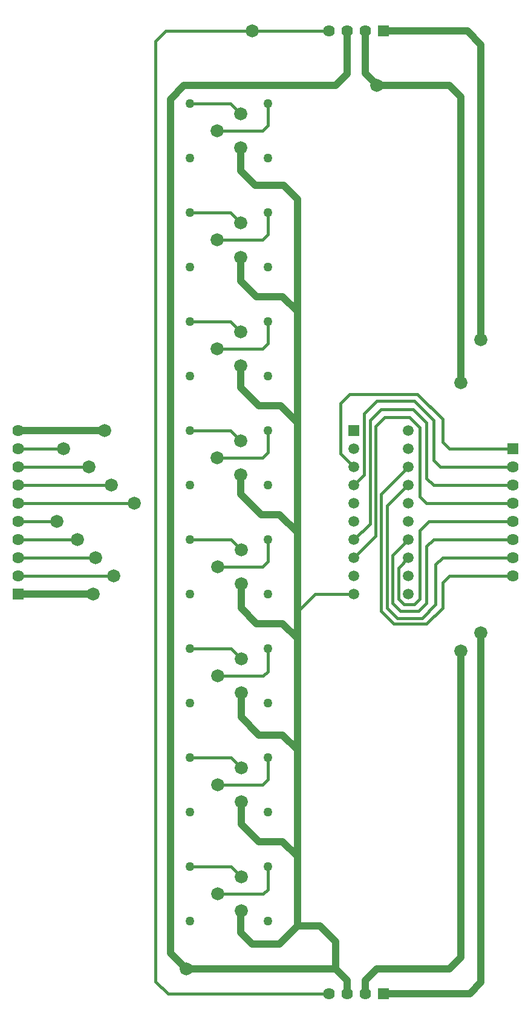
<source format=gbr>
G04 DipTrace 2.4.0.2*
%INBottom.gbr*%
%MOIN*%
%ADD14C,0.015*%
%ADD15C,0.04*%
%ADD16R,0.0638X0.0638*%
%ADD17C,0.0638*%
%ADD18C,0.072*%
%ADD19C,0.05*%
%ADD20C,0.05*%
%ADD21R,0.0591X0.0591*%
%ADD22C,0.0591*%
%ADD23C,0.072*%
%FSLAX44Y44*%
G04*
G70*
G90*
G75*
G01*
%LNBottom*%
%LPD*%
X19500Y30000D2*
D14*
X18750Y30750D1*
Y33500D1*
X19250Y34000D1*
X23000D1*
X24375Y32625D1*
Y31375D1*
X24750Y31000D1*
X28250D1*
X19500Y29000D2*
X20065Y29565D1*
Y32940D1*
X20750Y33625D1*
X22813D1*
X23875Y32563D1*
Y30375D1*
X24250Y30000D1*
X28250D1*
X19500Y26000D2*
X20377Y26877D1*
Y32565D1*
X21000Y33188D1*
X22750D1*
X23500Y32437D1*
Y29375D1*
X23875Y29000D1*
X28250D1*
X19500Y25000D2*
X20690Y26190D1*
Y32252D1*
X21188Y32750D1*
X22563D1*
X23125Y32188D1*
Y28375D1*
X23500Y28000D1*
X28250D1*
X22500Y25000D2*
X21938Y24437D1*
Y22750D1*
X22250Y22437D1*
X22813D1*
X23125Y22750D1*
Y26500D1*
X23625Y27000D1*
X28250D1*
X22500Y26000D2*
X21625Y25125D1*
Y22500D1*
X22063Y22062D1*
X23062D1*
X23500Y22500D1*
Y25625D1*
X23875Y26000D1*
X28250D1*
X22500Y29000D2*
X22438D1*
X21313Y27875D1*
Y22250D1*
X21875Y21687D1*
X23250D1*
X24000Y22437D1*
Y24625D1*
X24375Y25000D1*
X28250D1*
X22500Y30000D2*
X21000Y28500D1*
Y22063D1*
X21688Y21375D1*
X23500D1*
X24375Y22250D1*
Y23625D1*
X24750Y24000D1*
X28250D1*
X10460Y50000D2*
X12690D1*
X13250Y49440D1*
X3500Y31000D2*
X1000D1*
X10460Y43990D2*
X12695D1*
X13250Y43435D1*
X4875Y30000D2*
X1000D1*
X10460Y38000D2*
X12690D1*
X13250Y37440D1*
X6125Y29000D2*
X1000D1*
X10460Y32000D2*
X12690D1*
X13250Y31440D1*
X7375Y28000D2*
X1000D1*
X10460Y26000D2*
X12710D1*
X13270Y25440D1*
X3125Y27000D2*
X1000D1*
X10460Y20000D2*
X12710D1*
X13270Y19440D1*
X4250Y26000D2*
X1000D1*
X10460Y14000D2*
X12710D1*
X13270Y13440D1*
X5250Y25000D2*
X1000D1*
X10460Y8000D2*
X12710D1*
X13270Y7440D1*
X6250Y24000D2*
X1000D1*
X18125Y1000D2*
X9250D1*
X8562Y1688D1*
Y53437D1*
X9125Y54000D1*
X13877D1*
X18125D1*
X13250Y47560D2*
D15*
Y46312D1*
X14062Y45500D1*
X15625D1*
X16375Y44750D1*
Y38559D1*
Y32435D1*
Y26392D1*
Y22032D1*
Y20563D1*
Y14431D1*
Y8566D1*
Y4750D1*
X15375Y3750D1*
X13875D1*
X13250Y4375D1*
Y5540D1*
X13270Y5560D1*
X13250Y41555D2*
Y40250D1*
X14125Y39375D1*
X15559D1*
X16375Y38559D1*
X13250Y35560D2*
Y34375D1*
X14250Y33375D1*
X15435D1*
X16375Y32435D1*
X13250Y29560D2*
Y28500D1*
X14375Y27375D1*
X15392D1*
X16375Y26392D1*
X13270Y23560D2*
Y22230D1*
X14125Y21375D1*
X15563D1*
X16375Y20563D1*
X13270Y17560D2*
Y16230D1*
X14250Y15250D1*
X15556D1*
X16375Y14431D1*
X13270Y11560D2*
Y10355D1*
X14250Y9375D1*
X15566D1*
X16375Y8566D1*
X19125Y1000D2*
Y1750D1*
X18500Y2375D1*
X10250D1*
X9375Y3250D1*
Y50250D1*
X10125Y51000D1*
X18500D1*
X19125Y51625D1*
Y54000D1*
X18500Y2375D2*
Y3875D1*
X17625Y4750D1*
X16375D1*
X5125Y23000D2*
X1000D1*
X19500D2*
D14*
X17343D1*
X16375Y22032D1*
X14750Y49997D2*
Y48813D1*
X14437Y48500D1*
X11960D1*
X14750Y44000D2*
Y42813D1*
X14437Y42500D1*
X11965D1*
X11960Y42495D1*
X14750Y38000D2*
Y36813D1*
X14437Y36500D1*
X11960D1*
X14750Y32000D2*
Y30813D1*
X14437Y30500D1*
X11960D1*
X14750Y26000D2*
Y24813D1*
X14437Y24500D1*
X11980D1*
X14750Y20000D2*
Y18750D1*
X14500Y18500D1*
X11980D1*
X14750Y14000D2*
Y12813D1*
X14437Y12500D1*
X11980D1*
X14750Y8000D2*
Y6750D1*
X14500Y6500D1*
X11980D1*
X20125Y54000D2*
D15*
Y51665D1*
X20750Y51040D1*
Y51000D1*
X24750D1*
X25375Y50375D1*
Y34625D1*
Y19875D2*
Y3000D1*
X24750Y2375D1*
X20750D1*
X20125Y1750D1*
Y1000D1*
X5750Y32000D2*
X1000D1*
X21125Y1000D2*
X25875D1*
X26500Y1625D1*
Y20875D1*
Y37000D2*
Y53250D1*
X25750Y54000D1*
X21125D1*
D23*
X3500Y31000D3*
X4875Y30000D3*
X6125Y29000D3*
X7375Y28000D3*
X3125Y27000D3*
X4250Y26000D3*
X5250Y25000D3*
X6250Y24000D3*
X13877Y54000D3*
X5125Y23000D3*
X10250Y2375D3*
X25375Y34625D3*
Y19875D3*
X20750Y51000D3*
X5750Y32000D3*
X26500Y20875D3*
Y37000D3*
D16*
X28250Y31000D3*
D17*
Y30000D3*
Y29000D3*
Y28000D3*
Y27000D3*
Y26000D3*
Y25000D3*
Y24000D3*
D16*
X21125Y54000D3*
D17*
X20125D3*
X19125D3*
X18125D3*
D16*
X1000Y23000D3*
D17*
Y24000D3*
Y25000D3*
Y26000D3*
Y27000D3*
Y28000D3*
Y29000D3*
Y30000D3*
Y31000D3*
Y32000D3*
D16*
X21125Y1000D3*
D17*
X20125D3*
X19125D3*
X18125D3*
D18*
X13250Y47560D3*
X11960Y48500D3*
X13250Y49440D3*
Y41555D3*
X11960Y42495D3*
X13250Y43435D3*
Y35560D3*
X11960Y36500D3*
X13250Y37440D3*
Y29560D3*
X11960Y30500D3*
X13250Y31440D3*
X13270Y23560D3*
X11980Y24500D3*
X13270Y25440D3*
Y17560D3*
X11980Y18500D3*
X13270Y19440D3*
Y11560D3*
X11980Y12500D3*
X13270Y13440D3*
Y5560D3*
X11980Y6500D3*
X13270Y7440D3*
D19*
X14750Y46997D3*
D20*
Y49997D3*
D19*
X10460Y50000D3*
D20*
Y47000D3*
D19*
X14750Y41000D3*
D20*
Y44000D3*
D19*
X10460Y43990D3*
D20*
Y40990D3*
D19*
X14750Y35000D3*
D20*
Y38000D3*
D19*
X10460D3*
D20*
Y35000D3*
D19*
X14750Y29000D3*
D20*
Y32000D3*
D19*
X10460D3*
D20*
Y29000D3*
D19*
X14750Y23000D3*
D20*
Y26000D3*
D19*
X10460D3*
D20*
Y23000D3*
D19*
X14750Y17000D3*
D20*
Y20000D3*
D19*
X10460D3*
D20*
Y17000D3*
D19*
X14750Y11000D3*
D20*
Y14000D3*
D19*
X10460D3*
D20*
Y11000D3*
D19*
X14750Y5000D3*
D20*
Y8000D3*
D19*
X10460D3*
D20*
Y5000D3*
D21*
X19500Y32000D3*
D22*
Y31000D3*
Y30000D3*
Y29000D3*
Y28000D3*
Y27000D3*
Y26000D3*
Y25000D3*
Y24000D3*
Y23000D3*
X22500Y32000D3*
Y31000D3*
Y30000D3*
Y29000D3*
Y28000D3*
Y27000D3*
Y26000D3*
Y25000D3*
Y24000D3*
Y23000D3*
M02*

</source>
